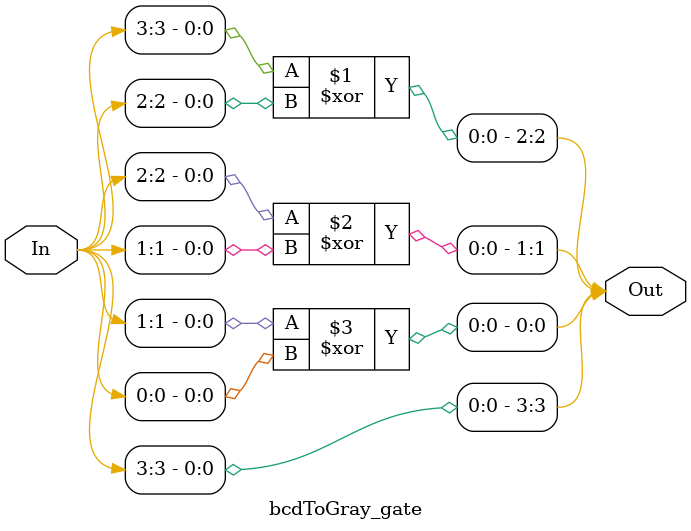
<source format=v>
module bcdToGray_gate(Out, In);
  input [3:0]In;
  output [3:0]Out;
  
  buf g0(Out[3], In[3]);
  xor g1(Out[2], In[3], In[2]);
  xor g2(Out[1], In[2], In[1]);
  xor g3(Out[0], In[1], In[0]);
endmodule

</source>
